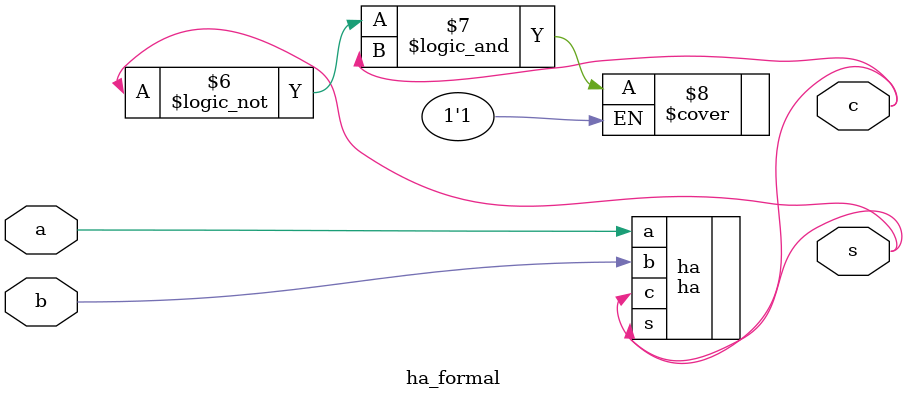
<source format=sv>
`default_nettype none
`timescale 1us/100 ns

`include "ha.sv"

module ha_formal(a, b, s, c);

    input wire a, b;
    output wire s, c;

    ha ha(.a(a), .b(b), .s(s), .c(c));

    wire [1:0] y;
    assign y = a + b;

    always @(a, b) begin
        assert(s == y[0] && c == y[1]);
        cover(!s && c);
    end

endmodule

</source>
